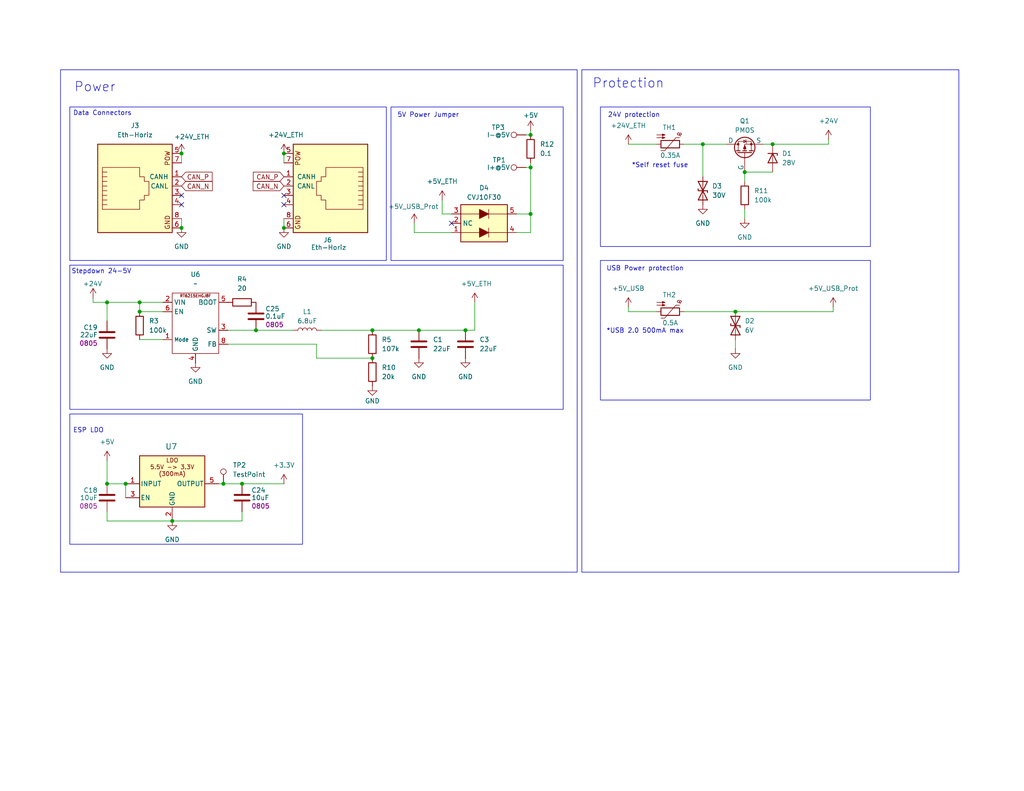
<source format=kicad_sch>
(kicad_sch (version 20250114) (generator "eeschema") (generator_version "9.0")
  (paper "USLetter")
  (lib_symbols
    (symbol "Device:C" (pin_numbers (hide yes)) (pin_names (offset 0.254))
      (property "Reference" "C" (at 0.635 2.54 0))
      (property "Value" "C" (at 0.635 -2.54 0))
      (symbol "C_0_1"
        (polyline (pts (xy -2.032 0.762) (xy 2.032 0.762)) (stroke (width 0.508)))
        (polyline (pts (xy -2.032 -0.762) (xy 2.032 -0.762)) (stroke (width 0.508)))
      )
      (symbol "C_1_1"
        (pin passive line (at 0 3.81 270) (length 2.794) (name "~") (number "1"))
        (pin passive line (at 0 -3.81 90) (length 2.794) (name "~") (number "2"))
      )
    )
    (symbol "Device:D_Zener" (pin_numbers (hide yes)) (pin_names (offset 1.016) (hide yes))
      (property "Reference" "D" (at 0 2.54 0))
      (property "Value" "D_Zener" (at 0 -2.54 0))
      (symbol "D_Zener_0_1"
        (polyline (pts (xy -1.27 -1.27) (xy -1.27 1.27) (xy -0.762 1.27)) (stroke (width 0.254)))
        (polyline (pts (xy 1.27 0) (xy -1.27 0)))
        (polyline (pts (xy 1.27 -1.27) (xy 1.27 1.27) (xy -1.27 0) (xy 1.27 -1.27)) (stroke (width 0.254)))
      )
      (symbol "D_Zener_1_1"
        (pin passive line (at -3.81 0 0) (length 2.54) (name "K") (number "1"))
        (pin passive line (at 3.81 0 180) (length 2.54) (name "A") (number "2"))
      )
    )
    (symbol "Device:L" (pin_numbers (hide yes)) (pin_names (offset 1.016) (hide yes))
      (property "Reference" "L" (at -1.27 0 90))
      (property "Value" "L" (at 1.905 0 90))
      (symbol "L_0_1"
        (arc (start 0 2.54) (mid 0.6323 1.905) (end 0 1.27))
        (arc (start 0 1.27) (mid 0.6323 0.635) (end 0 0))
        (arc (start 0 0) (mid 0.6323 -0.635) (end 0 -1.27))
        (arc (start 0 -1.27) (mid 0.6323 -1.905) (end 0 -2.54))
      )
      (symbol "L_1_1"
        (pin passive line (at 0 3.81 270) (length 1.27) (name "1") (number "1"))
        (pin passive line (at 0 -3.81 90) (length 1.27) (name "2") (number "2"))
      )
    )
    (symbol "Device:R" (pin_numbers (hide yes)) (pin_names (offset 0))
      (property "Reference" "R" (at 2.032 0 90))
      (property "Value" "R" (at 0 0 90))
      (symbol "R_0_1"
        (rectangle (start -1.016 -2.54) (end 1.016 2.54) (stroke (width 0.254)))
      )
      (symbol "R_1_1"
        (pin passive line (at 0 3.81 270) (length 1.27) (name "~") (number "1"))
        (pin passive line (at 0 -3.81 90) (length 1.27) (name "~") (number "2"))
      )
    )
    (symbol "Device:Thermistor_PTC" (pin_numbers (hide yes)) (pin_names (offset 0))
      (property "Reference" "TH" (at -4.064 0 90))
      (property "Value" "Thermistor_PTC" (at 3.048 0 90))
      (symbol "Thermistor_PTC_0_1"
        (arc (start -3.175 2.413) (mid -3.0506 2.3165) (end -3.048 2.159))
        (arc (start -3.048 2.794) (mid -2.9736 2.9736) (end -2.794 3.048))
        (arc (start -2.794 3.048) (mid -2.6144 2.9736) (end -2.54 2.794))
        (arc (start -2.794 2.54) (mid -2.9736 2.6144) (end -3.048 2.794))
        (arc (start -2.794 1.905) (mid -2.9736 1.9794) (end -3.048 2.159))
        (arc (start -2.54 2.159) (mid -2.6144 1.9794) (end -2.794 1.905))
        (arc (start -2.159 2.794) (mid -2.434 2.5608) (end -2.794 2.54))
        (polyline (pts (xy -2.54 2.159) (xy -2.54 2.794)))
        (polyline (pts (xy -2.54 -3.683) (xy -2.54 -1.397) (xy -2.794 -2.159) (xy -2.286 -2.159) (xy -2.54 -1.397) (xy -2.54 -1.651)) (fill (type outline)))
        (polyline (pts (xy -1.778 2.54) (xy -1.778 1.524) (xy 1.778 -1.524) (xy 1.778 -2.54)))
        (polyline (pts (xy -1.778 -3.683) (xy -1.778 -1.397) (xy -2.032 -2.159) (xy -1.524 -2.159) (xy -1.778 -1.397) (xy -1.778 -1.651)) (fill (type outline)))
        (rectangle (start -1.016 2.54) (end 1.016 -2.54) (stroke (width 0.254)))
      )
      (symbol "Thermistor_PTC_1_1"
        (pin passive line (at 0 3.81 270) (length 1.27) (name "~") (number "1"))
        (pin passive line (at 0 -3.81 90) (length 1.27) (name "~") (number "2"))
      )
    )
    (symbol "Diode:1N62xxCA" (pin_numbers (hide yes)) (pin_names (offset 1.016) (hide yes))
      (property "Reference" "D" (at 0 2.54 0))
      (property "Value" "1N62xxCA" (at 0 -2.54 0))
      (symbol "1N62xxCA_0_1"
        (polyline (pts (xy -2.54 -1.27) (xy 0 0) (xy -2.54 1.27) (xy -2.54 -1.27)) (stroke (width 0.254)))
        (polyline (pts (xy 0.508 1.27) (xy 0 1.27) (xy 0 -1.27) (xy -0.508 -1.27)) (stroke (width 0.254)))
        (polyline (pts (xy 1.27 0) (xy -1.27 0)))
        (polyline (pts (xy 2.54 1.27) (xy 2.54 -1.27) (xy 0 0) (xy 2.54 1.27)) (stroke (width 0.254)))
      )
      (symbol "1N62xxCA_1_1"
        (pin passive line (at -3.81 0 0) (length 2.54) (name "A1") (number "1"))
        (pin passive line (at 3.81 0 180) (length 2.54) (name "A2") (number "2"))
      )
    )
    (symbol "RoverLibrary:24V_2A_Step-Down"
      (property "Reference" "U" (at 0.254 9.398 0))
      (symbol "24V_2A_Step-Down_0_1"
        (rectangle (start -6.35 7.62) (end 6.35 -8.89))
      )
      (symbol "24V_2A_Step-Down_1_1"
        (text "RT6215EHGJ8F" (at 0 6.858 0) (effects (font (size 0.762 0.762))))
        (pin input line (at -8.89 5.08 0) (length 2.54) (name "VIN") (number "2"))
        (pin input line (at -8.89 2.54 0) (length 2.54) (name "EN") (number "6"))
        (pin input line (at -8.89 -5.08 0) (length 2.54) (name "Mode") (number "1"))
        (pin input line (at 0 -11.43 90) (length 2.54) (name "GND") (number "4"))
        (pin input line (at 8.89 5.08 180) (length 2.54) (name "BOOT") (number "5"))
        (pin input line (at 8.89 -2.54 180) (length 2.54) (name "SW") (number "3"))
        (pin input line (at 8.89 -6.35 180) (length 2.54) (name "FB") (number "8"))
      )
    )
    (symbol "RoverLibrary:C_0805" (pin_numbers (hide yes)) (pin_names (offset 0.254))
      (property "Reference" "C" (at 2.54 2.032 0))
      (property "Value" "~" (at 2.54 0 0))
      (property "Package" "0805" (at 2.54 -2.286 0))
      (symbol "C_0805_0_1"
        (polyline (pts (xy -2.032 0.762) (xy 2.032 0.762)) (stroke (width 0.508)))
        (polyline (pts (xy -2.032 -0.762) (xy 2.032 -0.762)) (stroke (width 0.508)))
      )
      (symbol "C_0805_1_1"
        (pin passive line (at 0 3.81 270) (length 2.794) (name "~") (number "1"))
        (pin passive line (at 0 -3.81 90) (length 2.794) (name "~") (number "2"))
      )
    )
    (symbol "RoverLibrary:Diode_Schottchy_CVJ10F30"
      (property "Reference" "D" (at 0 2.032 0))
      (property "Value" "CVJ10F30" (at 0 0 0))
      (property "Status" "TO BE VERIFIED" (at 0 4.064 0))
      (symbol "Diode_Schottchy_CVJ10F30_0_1"
        (polyline (pts (xy -6.35 -3.81) (xy 6.35 -3.81)))
        (polyline (pts (xy -6.35 -8.89) (xy 6.35 -8.89)))
        (polyline (pts (xy -1.27 -2.54) (xy -1.27 -5.08) (xy 1.27 -3.81) (xy -1.27 -2.54)) (fill (type outline)))
        (polyline (pts (xy -1.27 -7.62) (xy -1.27 -10.16) (xy 1.27 -8.89) (xy -1.27 -7.62)) (fill (type outline)))
        (polyline (pts (xy 1.27 -2.54) (xy 1.27 -5.08)))
        (polyline (pts (xy 1.27 -7.62) (xy 1.27 -10.16)))
      )
      (symbol "Diode_Schottchy_CVJ10F30_1_1"
        (rectangle (start -6.35 -1.27) (end 6.35 -11.43) (stroke (width 0.254)) (fill (type background)))
        (pin passive line (at -8.89 -3.81 0) (length 2.54) (name "") (number "3"))
        (pin passive line (at -8.89 -6.35 0) (length 2.54) (name "NC") (number "2"))
        (pin passive line (at -8.89 -8.89 0) (length 2.54) (name "") (number "1"))
        (pin passive line (at 8.89 -3.81 180) (length 2.54) (name "") (number "5"))
        (pin passive line (at 8.89 -8.89 180) (length 2.54) (name "") (number "4"))
      )
    )
    (symbol "RoverLibrary:Eth-Horiz-54601-908WPLF" (pin_names (offset 1.016))
      (property "Reference" "J" (at -5.08 13.97 0))
      (property "Value" "Eth-Horiz" (at 2.54 13.97 0))
      (property "STATUS" "APPROVED" (at -4.826 16.002 0))
      (symbol "Eth-Horiz-54601-908WPLF_0_1"
        (rectangle (start -12.7 12.7) (end 7.62 -11.43) (stroke (width 0.254)) (fill (type background)))
        (polyline (pts (xy -11.43 1.27) (xy -10.16 1.27) (xy -10.16 1.27)))
        (polyline (pts (xy -11.43 0) (xy -10.16 0) (xy -10.16 0)))
        (polyline (pts (xy -11.43 -1.27) (xy -10.16 -1.27) (xy -10.16 -1.27)))
        (polyline (pts (xy -11.43 -2.54) (xy -10.16 -2.54) (xy -10.16 -2.54)))
        (polyline (pts (xy -11.43 -3.81) (xy -10.16 -3.81) (xy -10.16 -3.81)))
        (polyline (pts (xy -11.43 -5.08) (xy -11.43 6.35) (xy -1.27 6.35) (xy -1.27 3.81) (xy 0 3.81) (xy 0 2.54) (xy 1.27 2.54) (xy 1.27 -1.27) (xy 0 -1.27) (xy 0 -2.54) (xy -1.27 -2.54) (xy -1.27 -5.08) (xy -11.43 -5.08) (xy -11.43 -5.08)))
        (polyline (pts (xy -10.16 5.08) (xy -11.43 5.08)))
        (polyline (pts (xy -10.16 3.81) (xy -11.43 3.81)))
        (polyline (pts (xy -10.16 2.54) (xy -11.43 2.54) (xy -11.43 2.54)))
      )
      (symbol "Eth-Horiz-54601-908WPLF_1_1"
        (text "POW" (at 6.35 8.89 900) (effects (font (size 1.27 1.27))))
        (text "GND" (at 6.35 -8.636 900) (effects (font (size 1.27 1.27))))
        (pin passive line (at 10.16 10.16 180) (length 2.54) (name "~") (number "5"))
        (pin passive line (at 10.16 7.62 180) (length 2.54) (name "~") (number "7"))
        (pin passive line (at 10.16 3.81 180) (length 2.54) (name "CANH") (number "1"))
        (pin passive line (at 10.16 1.27 180) (length 2.54) (name "CANL") (number "2"))
        (pin passive line (at 10.16 -1.27 180) (length 2.54) (name "~") (number "3"))
        (pin passive line (at 10.16 -3.81 180) (length 2.54) (name "~") (number "4"))
        (pin passive line (at 10.16 -7.62 180) (length 2.54) (name "~") (number "8"))
        (pin passive line (at 10.16 -10.16 180) (length 2.54) (name "~") (number "6"))
      )
    )
    (symbol "RoverLibrary:LDO-TLV74033PDBVR" (pin_names (offset 0.254))
      (property "Reference" "U" (at 0 1.27 0))
      (property "STATUS" "TO BE APPROVED" (at 0 3.048 0))
      (symbol "LDO-TLV74033PDBVR_1_1"
        (rectangle (start -8.89 0) (end 8.89 -13.97) (stroke (width 0.254)) (fill (type background)))
        (text "LDO\n5.5V -> 3.3V\n(300mA)" (at 0 -3.048 0) (effects (font (size 1.143 1.143))))
        (pin power_in line (at -12.7 -7.62 0) (length 3.81) (name "INPUT") (number "1"))
        (pin input line (at -12.7 -11.43 0) (length 3.81) (name "EN") (number "3"))
        (pin power_in line (at 0 -17.78 90) (length 3.81) (name "GND") (number "2"))
        (pin power_out line (at 12.7 -7.62 180) (length 3.81) (name "OUTPUT") (number "5"))
        (pin no_connect line (at 12.7 -11.43 180) (length 3.81) (hide yes) (name "NC") (number "4"))
      )
    )
    (symbol "RoverLibrary:TestPoint" (pin_numbers (hide yes)) (pin_names (offset 0.762) (hide yes))
      (property "Reference" "TP" (at 0 6.858 0))
      (property "Value" "TestPoint" (at 0 5.08 0))
      (symbol "TestPoint_0_1"
        (circle (center 0 3.302) (radius 0.762))
      )
      (symbol "TestPoint_1_1"
        (pin passive line (at 0 0 90) (length 2.54) (name "1") (number "1"))
      )
    )
    (symbol "Simulation_SPICE:PMOS" (pin_numbers (hide yes)) (pin_names (offset 0))
      (property "Reference" "Q" (at 5.08 1.27 0))
      (property "Value" "PMOS" (at 5.08 -1.27 0))
      (symbol "PMOS_0_1"
        (polyline (pts (xy 0.254 1.905) (xy 0.254 -1.905)) (stroke (width 0.254)))
        (polyline (pts (xy 0.254 0) (xy -2.54 0)))
        (polyline (pts (xy 0.762 2.286) (xy 0.762 1.27)) (stroke (width 0.254)))
        (polyline (pts (xy 0.762 1.778) (xy 3.302 1.778) (xy 3.302 -1.778) (xy 0.762 -1.778)))
        (polyline (pts (xy 0.762 0.508) (xy 0.762 -0.508)) (stroke (width 0.254)))
        (polyline (pts (xy 0.762 -1.27) (xy 0.762 -2.286)) (stroke (width 0.254)))
        (circle (center 1.651 0) (radius 2.794) (stroke (width 0.254)))
        (polyline (pts (xy 2.286 0) (xy 1.27 0.381) (xy 1.27 -0.381) (xy 2.286 0)) (fill (type outline)))
        (polyline (pts (xy 2.54 2.54) (xy 2.54 1.778)))
        (circle (center 2.54 1.778) (radius 0.254) (fill (type outline)))
        (circle (center 2.54 -1.778) (radius 0.254) (fill (type outline)))
        (polyline (pts (xy 2.54 -2.54) (xy 2.54 0) (xy 0.762 0)))
        (polyline (pts (xy 2.794 -0.508) (xy 2.921 -0.381) (xy 3.683 -0.381) (xy 3.81 -0.254)))
        (polyline (pts (xy 3.302 -0.381) (xy 2.921 0.254) (xy 3.683 0.254) (xy 3.302 -0.381)))
      )
      (symbol "PMOS_1_1"
        (pin input line (at -5.08 0 0) (length 2.54) (name "G") (number "2"))
        (pin passive line (at 2.54 5.08 270) (length 2.54) (name "D") (number "1"))
        (pin passive line (at 2.54 -5.08 90) (length 2.54) (name "S") (number "3"))
      )
    )
    (symbol "power:+24V" (power) (pin_numbers (hide yes)) (pin_names (offset 0) (hide yes))
      (property "Value" "+24V" (at 0 3.556 0))
      (symbol "+24V_0_1"
        (polyline (pts (xy -0.762 1.27) (xy 0 2.54)))
        (polyline (pts (xy 0 2.54) (xy 0.762 1.27)))
        (polyline (pts (xy 0 0) (xy 0 2.54)))
      )
      (symbol "+24V_1_1"
        (pin power_in line (at 0 0 90) (length 0) (name "~") (number "1"))
      )
    )
    (symbol "power:+3.3V" (power) (pin_numbers (hide yes)) (pin_names (offset 0) (hide yes))
      (property "Value" "+3.3V" (at 0 3.556 0))
      (symbol "+3.3V_0_1"
        (polyline (pts (xy -0.762 1.27) (xy 0 2.54)))
        (polyline (pts (xy 0 2.54) (xy 0.762 1.27)))
        (polyline (pts (xy 0 0) (xy 0 2.54)))
      )
      (symbol "+3.3V_1_1"
        (pin power_in line (at 0 0 90) (length 0) (name "~") (number "1"))
      )
    )
    (symbol "power:+5V" (power) (pin_numbers (hide yes)) (pin_names (offset 0) (hide yes))
      (property "Value" "+5V" (at 0 3.556 0))
      (symbol "+5V_0_1"
        (polyline (pts (xy -0.762 1.27) (xy 0 2.54)))
        (polyline (pts (xy 0 2.54) (xy 0.762 1.27)))
        (polyline (pts (xy 0 0) (xy 0 2.54)))
      )
      (symbol "+5V_1_1"
        (pin power_in line (at 0 0 90) (length 0) (name "~") (number "1"))
      )
    )
    (symbol "power:GND" (power) (pin_numbers (hide yes)) (pin_names (offset 0) (hide yes))
      (property "Value" "GND" (at 0 -3.81 0))
      (symbol "GND_0_1"
        (polyline (pts (xy 0 0) (xy 0 -1.27) (xy 1.27 -1.27) (xy 0 -2.54) (xy -1.27 -1.27) (xy 0 -1.27)))
      )
      (symbol "GND_1_1"
        (pin power_in line (at 0 0 270) (length 0) (name "~") (number "1"))
      )
    )
  )
  (rectangle (start 106.68 29.21) (end 153.67 71.12))
  (rectangle (start 158.75 19.05) (end 261.62 156.21))
  (rectangle (start 163.83 71.12) (end 237.49 109.22))
  (rectangle (start 19.05 72.39) (end 153.67 111.76))
  (rectangle (start 16.51 19.05) (end 157.48 156.21))
  (rectangle (start 163.83 29.21) (end 237.49 67.31))
  (rectangle (start 19.05 29.21) (end 105.41 71.12))
  (rectangle (start 19.05 113.03) (end 82.55 148.59))
  (text "ESP LDO" (at 24.13 117.602 0) (effects (font (size 1.27 1.27))))
  (text "*Self reset fuse" (at 180.086 45.212 0) (effects (font (size 1.27 1.27))))
  (text "Power" (at 25.908 23.876 0) (effects (font (size 2.54 2.54))))
  (text "24V protection" (at 172.974 31.496 0) (effects (font (size 1.27 1.27))))
  (text "USB Power protection" (at 176.022 73.406 0) (effects (font (size 1.27 1.27))))
  (text "Protection" (at 171.45 22.86 0) (effects (font (size 2.54 2.54))))
  (text "5V Power Jumper" (at 116.84 31.496 0) (effects (font (size 1.27 1.27))))
  (text "Stepdown 24-5V" (at 27.686 74.168 0) (effects (font (size 1.27 1.27))))
  (text "*USB 2.0 500mA max" (at 176.022 90.424 0) (effects (font (size 1.27 1.27))))
  (text "Data Connectors" (at 27.94 30.988 0) (effects (font (size 1.27 1.27))))
  (junction (at 77.47 41.91))
  (junction (at 49.53 41.91))
  (junction (at 34.29 132.08))
  (junction (at 69.85 90.17))
  (junction (at 144.78 36.83))
  (junction (at 77.47 62.23))
  (junction (at 144.78 45.72))
  (junction (at 29.21 82.55))
  (junction (at 144.78 58.42))
  (junction (at 203.2 46.99))
  (junction (at 38.1 82.55))
  (junction (at 200.66 85.09))
  (junction (at 38.1 85.09))
  (junction (at 114.3 90.17))
  (junction (at 101.6 90.17))
  (junction (at 60.96 132.08))
  (junction (at 101.6 97.79))
  (junction (at 49.53 62.23))
  (junction (at 46.99 142.24))
  (junction (at 210.82 39.37))
  (junction (at 191.77 39.37))
  (junction (at 127 90.17))
  (junction (at 66.04 132.08))
  (junction (at 29.21 132.08))
  (no_connect (at 77.47 55.88))
  (no_connect (at 49.53 53.34))
  (no_connect (at 77.47 53.34))
  (no_connect (at 49.53 55.88))
  (no_connect (at 123.19 60.96))
  (wire (pts (xy 227.33 85.09) (xy 227.33 83.82)))
  (wire (pts (xy 101.6 90.17) (xy 114.3 90.17)))
  (wire (pts (xy 179.07 85.09) (xy 171.45 85.09)))
  (wire (pts (xy 86.36 97.79) (xy 101.6 97.79)))
  (wire (pts (xy 210.82 39.37) (xy 208.28 39.37)))
  (wire (pts (xy 66.04 139.7) (xy 66.04 142.24)))
  (wire (pts (xy 171.45 39.37) (xy 179.07 39.37)))
  (wire (pts (xy 186.69 85.09) (xy 200.66 85.09)))
  (wire (pts (xy 59.69 132.08) (xy 60.96 132.08)))
  (wire (pts (xy 62.23 90.17) (xy 69.85 90.17)))
  (wire (pts (xy 25.4 82.55) (xy 29.21 82.55)))
  (wire (pts (xy 29.21 87.63) (xy 29.21 82.55)))
  (wire (pts (xy 120.65 58.42) (xy 123.19 58.42)))
  (wire (pts (xy 143.51 45.72) (xy 144.78 45.72)))
  (wire (pts (xy 203.2 49.53) (xy 203.2 46.99)))
  (wire (pts (xy 62.23 93.98) (xy 86.36 93.98)))
  (wire (pts (xy 87.63 90.17) (xy 101.6 90.17)))
  (wire (pts (xy 38.1 92.71) (xy 44.45 92.71)))
  (wire (pts (xy 226.06 38.1) (xy 226.06 39.37)))
  (wire (pts (xy 140.97 63.5) (xy 144.78 63.5)))
  (wire (pts (xy 144.78 44.45) (xy 144.78 45.72)))
  (wire (pts (xy 60.96 132.08) (xy 66.04 132.08)))
  (wire (pts (xy 143.51 36.83) (xy 144.78 36.83)))
  (wire (pts (xy 203.2 46.99) (xy 210.82 46.99)))
  (wire (pts (xy 129.54 90.17) (xy 127 90.17)))
  (wire (pts (xy 29.21 142.24) (xy 46.99 142.24)))
  (wire (pts (xy 186.69 39.37) (xy 191.77 39.37)))
  (wire (pts (xy 86.36 93.98) (xy 86.36 97.79)))
  (wire (pts (xy 66.04 132.08) (xy 77.47 132.08)))
  (wire (pts (xy 191.77 39.37) (xy 198.12 39.37)))
  (wire (pts (xy 203.2 59.69) (xy 203.2 57.15)))
  (wire (pts (xy 46.99 142.24) (xy 66.04 142.24)))
  (wire (pts (xy 77.47 59.69) (xy 77.47 62.23)))
  (wire (pts (xy 114.3 90.17) (xy 127 90.17)))
  (wire (pts (xy 144.78 35.56) (xy 144.78 36.83)))
  (wire (pts (xy 113.03 63.5) (xy 123.19 63.5)))
  (wire (pts (xy 144.78 58.42) (xy 144.78 63.5)))
  (wire (pts (xy 25.4 81.28) (xy 25.4 82.55)))
  (wire (pts (xy 29.21 82.55) (xy 38.1 82.55)))
  (wire (pts (xy 171.45 85.09) (xy 171.45 83.82)))
  (wire (pts (xy 120.65 54.61) (xy 120.65 58.42)))
  (wire (pts (xy 34.29 132.08) (xy 34.29 135.89)))
  (wire (pts (xy 191.77 48.26) (xy 191.77 39.37)))
  (wire (pts (xy 44.45 82.55) (xy 38.1 82.55)))
  (wire (pts (xy 227.33 85.09) (xy 200.66 85.09)))
  (wire (pts (xy 144.78 45.72) (xy 144.78 58.42)))
  (wire (pts (xy 38.1 82.55) (xy 38.1 85.09)))
  (wire (pts (xy 29.21 139.7) (xy 29.21 142.24)))
  (wire (pts (xy 49.53 41.91) (xy 49.53 44.45)))
  (wire (pts (xy 29.21 125.73) (xy 29.21 132.08)))
  (wire (pts (xy 69.85 90.17) (xy 80.01 90.17)))
  (wire (pts (xy 113.03 60.96) (xy 113.03 63.5)))
  (wire (pts (xy 129.54 82.55) (xy 129.54 90.17)))
  (wire (pts (xy 200.66 92.71) (xy 200.66 95.25)))
  (wire (pts (xy 49.53 59.69) (xy 49.53 62.23)))
  (wire (pts (xy 38.1 85.09) (xy 44.45 85.09)))
  (wire (pts (xy 77.47 41.91) (xy 77.47 44.45)))
  (wire (pts (xy 140.97 58.42) (xy 144.78 58.42)))
  (wire (pts (xy 226.06 39.37) (xy 210.82 39.37)))
  (wire (pts (xy 29.21 132.08) (xy 34.29 132.08)))
  (global_label "CAN_N" (shape input) (at 77.47 50.8 180) (property "Intersheetrefs" "${INTERSHEET_REFS}" (effects (hide yes))))
  (global_label "CAN_P" (shape input) (at 77.47 48.26 180) (property "Intersheetrefs" "${INTERSHEET_REFS}" (effects (hide yes))))
  (global_label "CAN_N" (shape input) (at 49.53 50.8 0) (property "Intersheetrefs" "${INTERSHEET_REFS}" (effects (hide yes))))
  (global_label "CAN_P" (shape input) (at 49.53 48.26 0) (property "Intersheetrefs" "${INTERSHEET_REFS}" (effects (hide yes))))
  (symbol (lib_id "power:GND") (at 200.66 95.25 0) (unit 1)
    (property "Reference" "#PWR014" (effects (hide yes)))
    (property "Value" "GND" (at 200.66 100.33 0))
    (property "Description" "Power symbol creates a global label with name \"GND\" , ground" (effects (hide yes)))
  )
  (symbol (lib_id "power:GND") (at 46.99 142.24 0) (unit 1)
    (property "Reference" "#PWR055" (effects (hide yes)))
    (property "Value" "GND" (at 46.99 147.32 0))
    (property "Description" "Power symbol creates a global label with name \"GND\" , ground" (effects (hide yes)))
  )
  (symbol (lib_id "RoverLibrary:LDO-TLV74033PDBVR") (at 46.99 124.46 0) (unit 1)
    (property "Reference" "U7" (at 46.736 121.92 0) (effects (font (size 1.524 1.524))))
    (property "Value" "LDO-TLV74033PDBVR" (effects (hide yes)))
    (property "Footprint" "Package_TO_SOT_SMD:SOT-23-5_HandSoldering" (effects (hide yes)))
    (property "Datasheet" "https://mm.digikey.com/Volume0/opasdata/d220001/medias/docus/5334/TLV740P_DS.pdf" (effects (hide yes)))
    (property "Description" "LDO Fixed output 3.3V. Input range: 3.7V-5.5V. 300mA" (effects (hide yes)))
    (property "STATUS" "TO BE APPROVED" (effects (hide yes)))
    (property "Digikey" "https://www.digikey.ca/en/products/detail/texas-instruments/TLV74033PDBVR/12642183" (effects (hide yes)))
  )
  (symbol (lib_id "power:GND") (at 49.53 62.23 0) (unit 1)
    (property "Reference" "#PWR054" (effects (hide yes)))
    (property "Value" "GND" (at 49.53 67.31 0))
    (property "Description" "Power symbol creates a global label with name \"GND\" , ground" (effects (hide yes)))
  )
  (symbol (lib_id "power:+5V") (at 113.03 60.96 0) (unit 1)
    (property "Reference" "#PWR049" (effects (hide yes)))
    (property "Value" "+5V_USB_Prot" (at 105.918 56.388 0) (effects (justify left)))
    (property "Description" "Power symbol creates a global label with name \"+5V\"" (effects (hide yes)))
  )
  (symbol (lib_id "RoverLibrary:C_0805") (at 69.85 86.36 0) (unit 1)
    (property "Reference" "C25" (at 72.39 84.328 0) (effects (justify left)))
    (property "Value" "0.1uF" (at 72.39 86.36 0) (effects (justify left)))
    (property "Footprint" "Capacitor_SMD:C_0805_2012Metric_Pad1.18x1.45mm_HandSolder" (effects (hide yes)))
    (property "Description" "Unpolarized capacitor" (effects (hide yes)))
    (property "Package" "0805" (at 72.39 88.646 0) (effects (justify left)))
  )
  (symbol (lib_id "RoverLibrary:TestPoint") (at 143.51 36.83 90) (unit 1)
    (property "Reference" "TP3" (at 134.112 34.798 90) (effects (justify right)))
    (property "Value" "I-@5V" (at 132.842 36.83 90) (effects (justify right)))
    (property "Footprint" "TestPoint:TestPoint_Plated_Hole_D2.0mm" (effects (hide yes)))
    (property "Description" "test point" (effects (hide yes)))
  )
  (symbol (lib_id "RoverLibrary:C_0805") (at 66.04 135.89 0) (unit 1)
    (property "Reference" "C24" (at 68.58 133.858 0) (effects (justify left)))
    (property "Value" "10uF" (at 68.58 135.89 0) (effects (justify left)))
    (property "Footprint" "Capacitor_SMD:C_0805_2012Metric_Pad1.18x1.45mm_HandSolder" (effects (hide yes)))
    (property "Description" "Unpolarized capacitor" (effects (hide yes)))
    (property "Package" "0805" (at 68.58 138.176 0) (effects (justify left)))
  )
  (symbol (lib_id "Device:C") (at 127 93.98 0) (unit 1)
    (property "Reference" "C3" (at 130.81 92.7099 0) (effects (justify left)))
    (property "Value" "22uF" (at 130.81 95.2499 0) (effects (justify left)))
    (property "Description" "Unpolarized capacitor" (effects (hide yes)))
  )
  (symbol (lib_id "power:+5V") (at 25.4 81.28 0) (unit 1)
    (property "Reference" "#PWR051" (effects (hide yes)))
    (property "Value" "+24V" (at 22.606 77.47 0) (effects (justify left)))
    (property "Description" "Power symbol creates a global label with name \"+5V\"" (effects (hide yes)))
  )
  (symbol (lib_id "power:+5V") (at 120.65 54.61 0) (unit 1)
    (property "Reference" "#PWR052" (effects (hide yes)))
    (property "Value" "+5V_ETH" (at 120.65 49.53 0))
    (property "Description" "Power symbol creates a global label with name \"+5V\"" (effects (hide yes)))
  )
  (symbol (lib_id "power:GND") (at 77.47 62.23 0) (unit 1)
    (property "Reference" "#PWR058" (effects (hide yes)))
    (property "Value" "GND" (at 77.47 67.31 0))
    (property "Description" "Power symbol creates a global label with name \"GND\" , ground" (effects (hide yes)))
  )
  (symbol (lib_id "power:+3.3V") (at 77.47 132.08 0) (unit 1)
    (property "Reference" "#PWR057" (effects (hide yes)))
    (property "Value" "+3.3V" (at 77.47 127 0))
    (property "Description" "Power symbol creates a global label with name \"+3.3V\"" (effects (hide yes)))
  )
  (symbol (lib_id "RoverLibrary:C_0805") (at 29.21 91.44 0) (mirror y) (unit 1)
    (property "Reference" "C19" (at 26.67 89.408 0) (effects (justify left)))
    (property "Value" "22uF" (at 26.67 91.44 0) (effects (justify left)))
    (property "Footprint" "Capacitor_SMD:C_0805_2012Metric_Pad1.18x1.45mm_HandSolder" (effects (hide yes)))
    (property "Description" "Unpolarized capacitor" (effects (hide yes)))
    (property "Package" "0805" (at 26.67 93.726 0) (effects (justify left)))
  )
  (symbol (lib_id "Device:R") (at 101.6 93.98 0) (unit 1)
    (property "Reference" "R5" (at 104.14 92.7099 0) (effects (justify left)))
    (property "Value" "107k" (at 104.14 95.2499 0) (effects (justify left)))
    (property "Description" "Resistor" (effects (hide yes)))
  )
  (symbol (lib_id "Device:R") (at 203.2 53.34 0) (unit 1)
    (property "Reference" "R11" (at 205.74 52.0699 0) (effects (justify left)))
    (property "Value" "100k" (at 205.74 54.6099 0) (effects (justify left)))
    (property "Datasheet" "https://www.digikey.ca/en/products/detail/thin-film-technology-corp/TFAS0402R1003F-T10/22983896" (effects (hide yes)))
    (property "Description" "Resistor" (effects (hide yes)))
  )
  (symbol (lib_id "power:+5V") (at 144.78 35.56 0) (unit 1)
    (property "Reference" "#PWR056" (effects (hide yes)))
    (property "Value" "+5V" (at 144.78 31.496 0))
    (property "Description" "Power symbol creates a global label with name \"+5V\"" (effects (hide yes)))
  )
  (symbol (lib_id "power:+24V") (at 227.33 83.82 0) (unit 1)
    (property "Reference" "#PWR013" (effects (hide yes)))
    (property "Value" "+5V_USB_Prot" (at 227.33 78.74 0))
    (property "Description" "Power symbol creates a global label with name \"+24V\"" (effects (hide yes)))
  )
  (symbol (lib_id "power:GND") (at 127 97.79 0) (unit 1)
    (property "Reference" "#PWR08" (effects (hide yes)))
    (property "Value" "GND" (at 127 102.87 0))
    (property "Description" "Power symbol creates a global label with name \"GND\" , ground" (effects (hide yes)))
  )
  (symbol (lib_id "Device:R") (at 66.04 82.55 270) (unit 1)
    (property "Reference" "R4" (at 66.04 76.2 90))
    (property "Value" "20" (at 66.04 78.74 90))
    (property "Description" "Resistor" (effects (hide yes)))
  )
  (symbol (lib_id "power:GND") (at 114.3 97.79 0) (unit 1)
    (property "Reference" "#PWR07" (effects (hide yes)))
    (property "Value" "GND" (at 114.3 102.87 0))
    (property "Description" "Power symbol creates a global label with name \"GND\" , ground" (effects (hide yes)))
  )
  (symbol (lib_id "power:GND") (at 203.2 59.69 0) (unit 1)
    (property "Reference" "#PWR011" (effects (hide yes)))
    (property "Value" "GND" (at 203.2 64.77 0))
    (property "Description" "Power symbol creates a global label with name \"GND\" , ground" (effects (hide yes)))
  )
  (symbol (lib_id "Device:R") (at 101.6 101.6 0) (unit 1)
    (property "Reference" "R10" (at 104.14 100.3299 0) (effects (justify left)))
    (property "Value" "20k" (at 104.14 102.8699 0) (effects (justify left)))
    (property "Description" "Resistor" (effects (hide yes)))
  )
  (symbol (lib_id "power:GND") (at 29.21 95.25 0) (unit 1)
    (property "Reference" "#PWR06" (effects (hide yes)))
    (property "Value" "GND" (at 29.21 100.33 0))
    (property "Description" "Power symbol creates a global label with name \"GND\" , ground" (effects (hide yes)))
  )
  (symbol (lib_id "RoverLibrary:Eth-Horiz-54601-908WPLF") (at 39.37 52.07 0) (unit 1)
    (property "Reference" "J3" (at 36.83 34.29 0))
    (property "Value" "Eth-Horiz" (at 36.83 36.83 0))
    (property "Footprint" "RoverFootprint:Ethernet_Horizontal" (effects (hide yes)))
    (property "Description" "RJ connector, 8P8C (8 positions 8 connected), RJ31/RJ32/RJ33/RJ34/RJ35/RJ41/RJ45/RJ49/RJ61" (effects (hide yes)))
    (property "STATUS" "APPROVED" (effects (hide yes)))
  )
  (symbol (lib_id "power:+24V") (at 171.45 39.37 0) (unit 1)
    (property "Reference" "#PWR09" (effects (hide yes)))
    (property "Value" "+24V_ETH" (at 171.45 34.29 0))
    (property "Description" "Power symbol creates a global label with name \"+24V\"" (effects (hide yes)))
  )
  (symbol (lib_id "Device:Thermistor_PTC") (at 182.88 39.37 270) (unit 1)
    (property "Reference" "TH1" (at 182.626 34.798 90))
    (property "Value" "0.35A" (at 182.88 42.418 90))
    (property "Datasheet" "https://www.digikey.ca/en/products/detail/bourns-inc/MF-NSMF035-30X-2/21844550?s=N4IgTCBcDaILIDEC0A5AyogDAZgKwHptMANEAXQF8g" (effects (hide yes)))
    (property "Description" "Temperature dependent resistor, positive temperature coefficient" (effects (hide yes)))
  )
  (symbol (lib_id "Device:R") (at 144.78 40.64 0) (unit 1)
    (property "Reference" "R12" (at 147.32 39.3699 0) (effects (justify left)))
    (property "Value" "0.1" (at 147.32 41.9099 0) (effects (justify left)))
    (property "Description" "Resistor" (effects (hide yes)))
  )
  (symbol (lib_id "Simulation_SPICE:PMOS") (at 203.2 41.91 90) (unit 1)
    (property "Reference" "Q1" (at 203.2 33.02 90))
    (property "Value" "PMOS" (at 203.2 35.56 90))
    (property "Datasheet" "https://ngspice.sourceforge.io/docs/ngspice-html-manual/manual.xhtml#cha_MOSFETs" (effects (hide yes)))
    (property "Description" "P-MOSFET transistor, drain/source/gate" (effects (hide yes)))
    (property "Sim.Device" "PMOS" (effects (hide yes)))
    (property "Sim.Type" "VDMOS" (effects (hide yes)))
    (property "Sim.Pins" "1=D 2=G 3=S" (effects (hide yes)))
  )
  (symbol (lib_id "Diode:1N62xxCA") (at 200.66 88.9 90) (unit 1)
    (property "Reference" "D2" (at 203.2 87.6299 90) (effects (justify right)))
    (property "Value" "6V" (at 203.2 90.1699 90) (effects (justify right)))
    (property "Datasheet" "https://www.digikey.ca/en/products/detail/diodes-incorporated/T6V0S5A-7/17840296" (effects (hide yes)))
    (property "Description" "1500W bidirectional TRANSZORB® Transient Voltage Suppressor, DO-201AE" (effects (hide yes)))
  )
  (symbol (lib_id "power:+24V") (at 226.06 38.1 0) (unit 1)
    (property "Reference" "#PWR010" (effects (hide yes)))
    (property "Value" "+24V" (at 226.06 33.02 0))
    (property "Description" "Power symbol creates a global label with name \"+24V\"" (effects (hide yes)))
  )
  (symbol (lib_id "Device:C") (at 114.3 93.98 0) (unit 1)
    (property "Reference" "C1" (at 118.11 92.7099 0) (effects (justify left)))
    (property "Value" "22uF" (at 118.11 95.2499 0) (effects (justify left)))
    (property "Description" "Unpolarized capacitor" (effects (hide yes)))
  )
  (symbol (lib_id "Device:R") (at 38.1 88.9 0) (unit 1)
    (property "Reference" "R3" (at 40.64 87.6299 0) (effects (justify left)))
    (property "Value" "100k" (at 40.64 90.1699 0) (effects (justify left)))
    (property "Description" "Resistor" (effects (hide yes)))
  )
  (symbol (lib_id "RoverLibrary:Diode_Schottchy_CVJ10F30") (at 132.08 54.61 0) (unit 1)
    (property "Reference" "D4" (at 132.08 51.308 0))
    (property "Value" "CVJ10F30" (at 132.08 53.848 0))
    (property "Footprint" "RoverFootprint:Diode_schottky-CVJ10F30" (effects (hide yes)))
    (property "Datasheet" "https://toshiba.semicon-storage.com/info/CVJ10F30_datasheet_en_20140407.pdf?did=13914&prodName=CVJ10F30" (effects (hide yes)))
    (property "Status" "TO BE VERIFIED" (effects (hide yes)))
  )
  (symbol (lib_id "RoverLibrary:24V_2A_Step-Down") (at 53.34 87.63 0) (unit 1)
    (property "Reference" "U6" (at 53.34 74.93 0))
    (property "Value" "~" (at 53.34 77.47 0))
    (property "Footprint" "Custom_Footprints:RT6215EHGJ8F" (effects (hide yes)))
    (property "Datasheet" "https://www.digikey.ca/en/products/detail/richtek-usa-inc/RT6215EHGJ8F/6205447" (effects (hide yes)))
  )
  (symbol (lib_id "Diode:1N62xxCA") (at 191.77 52.07 270) (unit 1)
    (property "Reference" "D3" (at 194.31 50.7999 90) (effects (justify left)))
    (property "Value" "30V" (at 194.31 53.3399 90) (effects (justify left)))
    (property "Datasheet" "https://www.digikey.ca/en/products/detail/toshiba-semiconductor-and-storage/CUZ30V-H3F/13981091" (effects (hide yes)))
    (property "Description" "1500W bidirectional TRANSZORB® Transient Voltage Suppressor, DO-201AE" (effects (hide yes)))
  )
  (symbol (lib_id "Device:Thermistor_PTC") (at 182.88 85.09 270) (unit 1)
    (property "Reference" "TH2" (at 182.626 80.518 90))
    (property "Value" "0.5A" (at 182.88 88.138 90))
    (property "Datasheet" "https://www.digikey.ca/en/products/detail/bourns-inc/MF-NSMF035-30X-2/21844550?s=N4IgTCBcDaILIDEC0A5AyogDAZgKwHptMANEAXQF8g" (effects (hide yes)))
    (property "Description" "Temperature dependent resistor, positive temperature coefficient" (effects (hide yes)))
  )
  (symbol (lib_id "RoverLibrary:Eth-Horiz-54601-908WPLF") (at 87.63 52.07 0) (mirror y) (unit 1)
    (property "Reference" "J6" (at 89.408 65.532 0))
    (property "Value" "Eth-Horiz" (at 89.662 67.564 0))
    (property "Footprint" "RoverFootprint:Ethernet_Horizontal" (effects (hide yes)))
    (property "Description" "RJ connector, 8P8C (8 positions 8 connected), RJ31/RJ32/RJ33/RJ34/RJ35/RJ41/RJ45/RJ49/RJ61" (effects (hide yes)))
    (property "STATUS" "APPROVED" (effects (hide yes)))
  )
  (symbol (lib_id "power:+5V") (at 29.21 125.73 0) (unit 1)
    (property "Reference" "#PWR048" (effects (hide yes)))
    (property "Value" "+5V" (at 29.21 120.65 0))
    (property "Description" "Power symbol creates a global label with name \"+5V\"" (effects (hide yes)))
  )
  (symbol (lib_id "Device:L") (at 83.82 90.17 90) (unit 1)
    (property "Reference" "L1" (at 83.82 85.09 90))
    (property "Value" "6.8uF" (at 83.82 87.63 90))
    (property "Description" "Inductor" (effects (hide yes)))
  )
  (symbol (lib_id "power:GND") (at 101.6 105.41 0) (unit 1)
    (property "Reference" "#PWR05" (effects (hide yes)))
    (property "Value" "GND" (at 101.6 109.474 0))
    (property "Description" "Power symbol creates a global label with name \"GND\" , ground" (effects (hide yes)))
  )
  (symbol (lib_id "power:GND") (at 191.77 55.88 0) (unit 1)
    (property "Reference" "#PWR015" (effects (hide yes)))
    (property "Value" "GND" (at 191.77 60.96 0))
    (property "Description" "Power symbol creates a global label with name \"GND\" , ground" (effects (hide yes)))
  )
  (symbol (lib_id "power:+24V") (at 171.45 83.82 0) (unit 1)
    (property "Reference" "#PWR012" (effects (hide yes)))
    (property "Value" "+5V_USB" (at 171.45 78.74 0))
    (property "Description" "Power symbol creates a global label with name \"+24V\"" (effects (hide yes)))
  )
  (symbol (lib_id "RoverLibrary:C_0805") (at 29.21 135.89 0) (mirror y) (unit 1)
    (property "Reference" "C18" (at 26.67 133.858 0) (effects (justify left)))
    (property "Value" "10uF" (at 26.67 135.89 0) (effects (justify left)))
    (property "Footprint" "Capacitor_SMD:C_0805_2012Metric_Pad1.18x1.45mm_HandSolder" (effects (hide yes)))
    (property "Description" "Unpolarized capacitor" (effects (hide yes)))
    (property "Package" "0805" (at 26.67 138.176 0) (effects (justify left)))
  )
  (symbol (lib_id "Device:D_Zener") (at 210.82 43.18 270) (unit 1)
    (property "Reference" "D1" (at 213.36 41.9099 90) (effects (justify left)))
    (property "Value" "28V" (at 213.36 44.4499 90) (effects (justify left)))
    (property "Datasheet" "Zener pour protect PMOS:  MMSZ5255BT1G  https://www.digikey.ca/en/products/detail/onsemi/MMSZ5255BT1G/919770" (effects (hide yes)))
    (property "Description" "Zener diode" (effects (hide yes)))
  )
  (symbol (lib_id "power:+24V") (at 77.47 41.91 0) (unit 1)
    (property "Reference" "#PWR061" (effects (hide yes)))
    (property "Value" "+24V_ETH" (at 73.152 36.83 0) (effects (justify left)))
    (property "Description" "Power symbol creates a global label with name \"+24V\"" (effects (hide yes)))
  )
  (symbol (lib_id "power:+24V") (at 49.53 41.91 0) (unit 1)
    (property "Reference" "#PWR053" (effects (hide yes)))
    (property "Value" "+24V_ETH" (at 47.498 37.338 0) (effects (justify left)))
    (property "Description" "Power symbol creates a global label with name \"+24V\"" (effects (hide yes)))
  )
  (symbol (lib_id "power:GND") (at 53.34 99.06 0) (unit 1)
    (property "Reference" "#PWR067" (effects (hide yes)))
    (property "Value" "GND" (at 53.34 104.14 0))
    (property "Description" "Power symbol creates a global label with name \"GND\" , ground" (effects (hide yes)))
  )
  (symbol (lib_id "power:+3.3V") (at 129.54 82.55 0) (unit 1)
    (property "Reference" "#PWR068" (effects (hide yes)))
    (property "Value" "+5V_ETH" (at 125.73 77.47 0) (effects (justify left)))
    (property "Description" "Power symbol creates a global label with name \"+3.3V\"" (effects (hide yes)))
  )
  (symbol (lib_id "RoverLibrary:TestPoint") (at 60.96 132.08 0) (unit 1)
    (property "Reference" "TP2" (at 63.5 127 0) (effects (justify left)))
    (property "Value" "TestPoint" (at 63.5 129.54 0) (effects (justify left)))
    (property "Footprint" "TestPoint:TestPoint_Plated_Hole_D2.0mm" (effects (hide yes)))
    (property "Description" "test point" (effects (hide yes)))
  )
  (symbol (lib_id "RoverLibrary:TestPoint") (at 143.51 45.72 90) (unit 1)
    (property "Reference" "TP1" (at 134.366 43.688 90) (effects (justify right)))
    (property "Value" "I+@5V" (at 132.842 45.72 90) (effects (justify right)))
    (property "Footprint" "TestPoint:TestPoint_Plated_Hole_D2.0mm" (effects (hide yes)))
    (property "Description" "test point" (effects (hide yes)))
  )
)
</source>
